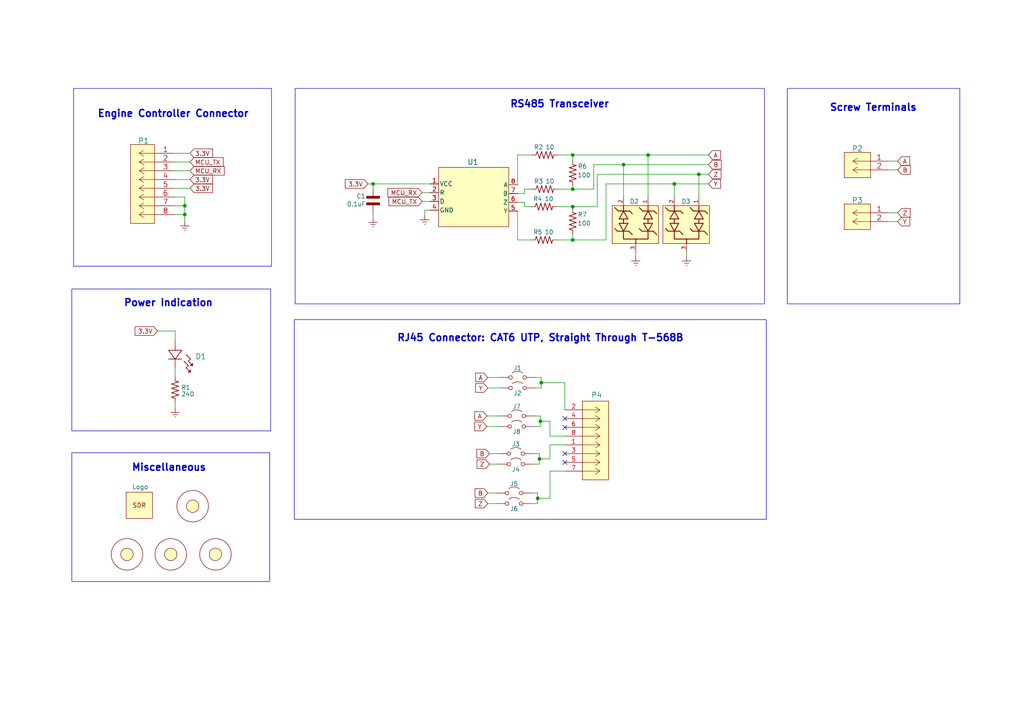
<source format=kicad_sch>
(kicad_sch (version 20230121) (generator eeschema)
  (paper "A4")
  (title_block (title "RS485 Module") (date "2023-04-09") (rev "1.0") (company "Sun Devil Rocketry") (comment 1 "Author: Colton Acosta"))
  (lib_symbols
    (symbol "RS485-Module:282837-2" (pin_names (offset 0.254) hide)
      (property "Reference" "P" (at 8.89 6.35 0))
      (symbol "282837-2_0_1"
        (rectangle (start 5.08 2.54) (end 12.7 -4.826) (stroke (width 0.1524)) (fill (type background)))
      )
      (symbol "282837-2_1_1"
        (polyline (pts (xy 10.16 -2.54) (xy 5.08 -2.54)) (stroke (width 0.127)))
        (polyline (pts (xy 10.16 -2.54) (xy 8.89 -3.3782)) (stroke (width 0.127)))
        (polyline (pts (xy 10.16 -2.54) (xy 8.89 -1.7018)) (stroke (width 0.127)))
        (polyline (pts (xy 10.16 0) (xy 5.08 0)) (stroke (width 0.127)))
        (polyline (pts (xy 10.16 0) (xy 8.89 -0.8382)) (stroke (width 0.127)))
        (polyline (pts (xy 10.16 0) (xy 8.89 0.8382)) (stroke (width 0.127)))
        (pin passive line (at 0 0 0) (length 5.08) (name "5") (number "1"))
        (pin passive line (at 0 -2.54 0) (length 5.08) (name "6") (number "2"))
      )
    )
    (symbol "RS485-Module:5015680807" (pin_names (offset 0.254) hide)
      (property "Reference" "P" (at 8.89 6.35 0))
      (symbol "5015680807_0_1"
        (rectangle (start 5.715 2.54) (end 12.7 -20.32) (stroke (width 0.1524)) (fill (type background)))
      )
      (symbol "5015680807_1_1"
        (polyline (pts (xy 10.16 -17.78) (xy 5.08 -17.78)) (stroke (width 0.127)))
        (polyline (pts (xy 10.16 -17.78) (xy 8.89 -18.6182)) (stroke (width 0.127)))
        (polyline (pts (xy 10.16 -17.78) (xy 8.89 -16.9418)) (stroke (width 0.127)))
        (polyline (pts (xy 10.16 -15.24) (xy 5.08 -15.24)) (stroke (width 0.127)))
        (polyline (pts (xy 10.16 -15.24) (xy 8.89 -16.0782)) (stroke (width 0.127)))
        (polyline (pts (xy 10.16 -15.24) (xy 8.89 -14.4018)) (stroke (width 0.127)))
        (polyline (pts (xy 10.16 -12.7) (xy 5.08 -12.7)) (stroke (width 0.127)))
        (polyline (pts (xy 10.16 -12.7) (xy 8.89 -13.5382)) (stroke (width 0.127)))
        (polyline (pts (xy 10.16 -12.7) (xy 8.89 -11.8618)) (stroke (width 0.127)))
        (polyline (pts (xy 10.16 -10.16) (xy 5.08 -10.16)) (stroke (width 0.127)))
        (polyline (pts (xy 10.16 -10.16) (xy 8.89 -10.9982)) (stroke (width 0.127)))
        (polyline (pts (xy 10.16 -10.16) (xy 8.89 -9.3218)) (stroke (width 0.127)))
        (polyline (pts (xy 10.16 -7.62) (xy 5.08 -7.62)) (stroke (width 0.127)))
        (polyline (pts (xy 10.16 -7.62) (xy 8.89 -8.4582)) (stroke (width 0.127)))
        (polyline (pts (xy 10.16 -7.62) (xy 8.89 -6.7818)) (stroke (width 0.127)))
        (polyline (pts (xy 10.16 -5.08) (xy 5.08 -5.08)) (stroke (width 0.127)))
        (polyline (pts (xy 10.16 -5.08) (xy 8.89 -5.9182)) (stroke (width 0.127)))
        (polyline (pts (xy 10.16 -5.08) (xy 8.89 -4.2418)) (stroke (width 0.127)))
        (polyline (pts (xy 10.16 -2.54) (xy 5.08 -2.54)) (stroke (width 0.127)))
        (polyline (pts (xy 10.16 -2.54) (xy 8.89 -3.3782)) (stroke (width 0.127)))
        (polyline (pts (xy 10.16 -2.54) (xy 8.89 -1.7018)) (stroke (width 0.127)))
        (polyline (pts (xy 10.16 0) (xy 5.08 0)) (stroke (width 0.127)))
        (polyline (pts (xy 10.16 0) (xy 8.89 -0.8382)) (stroke (width 0.127)))
        (polyline (pts (xy 10.16 0) (xy 8.89 0.8382)) (stroke (width 0.127)))
        (pin passive line (at 0 0 0) (length 5.08) (name "1") (number "1"))
        (pin passive line (at 0 -2.54 0) (length 5.08) (name "2") (number "2"))
        (pin passive line (at 0 -5.08 0) (length 5.08) (name "3") (number "3"))
        (pin passive line (at 0 -7.62 0) (length 5.08) (name "4") (number "4"))
        (pin passive line (at 0 -10.16 0) (length 5.08) (name "5") (number "5"))
        (pin passive line (at 0 -12.7 0) (length 5.08) (name "6") (number "6"))
        (pin passive line (at 0 -15.24 0) (length 5.08) (name "7") (number "7"))
        (pin passive line (at 0 -17.78 0) (length 5.08) (name "8") (number "8"))
      )
    )
    (symbol "RS485-Module:54602-908LF" (pin_names (offset 0.254))
      (property "Reference" "P" (at 8.89 6.35 0))
      (property "Value" "54602-908LF" (at 5.08 4.318 0))
      (symbol "54602-908LF_0_1"
        (polyline (pts (xy 10.16 -17.78) (xy 5.08 -17.78)) (stroke (width 0.127)))
        (polyline (pts (xy 10.16 -17.78) (xy 8.89 -18.6267)) (stroke (width 0.127)))
        (polyline (pts (xy 10.16 -17.78) (xy 8.89 -16.9333)) (stroke (width 0.127)))
        (polyline (pts (xy 10.16 -15.24) (xy 5.08 -15.24)) (stroke (width 0.127)))
        (polyline (pts (xy 10.16 -15.24) (xy 8.89 -16.0867)) (stroke (width 0.127)))
        (polyline (pts (xy 10.16 -15.24) (xy 8.89 -14.3933)) (stroke (width 0.127)))
        (polyline (pts (xy 10.16 -12.7) (xy 5.08 -12.7)) (stroke (width 0.127)))
        (polyline (pts (xy 10.16 -12.7) (xy 8.89 -13.5467)) (stroke (width 0.127)))
        (polyline (pts (xy 10.16 -12.7) (xy 8.89 -11.8533)) (stroke (width 0.127)))
        (polyline (pts (xy 10.16 -10.16) (xy 5.08 -10.16)) (stroke (width 0.127)))
        (polyline (pts (xy 10.16 -10.16) (xy 8.89 -11.0067)) (stroke (width 0.127)))
        (polyline (pts (xy 10.16 -10.16) (xy 8.89 -9.3133)) (stroke (width 0.127)))
        (polyline (pts (xy 10.16 -7.62) (xy 5.08 -7.62)) (stroke (width 0.127)))
        (polyline (pts (xy 10.16 -7.62) (xy 8.89 -8.4667)) (stroke (width 0.127)))
        (polyline (pts (xy 10.16 -7.62) (xy 8.89 -6.7733)) (stroke (width 0.127)))
        (polyline (pts (xy 10.16 -5.08) (xy 5.08 -5.08)) (stroke (width 0.127)))
        (polyline (pts (xy 10.16 -5.08) (xy 8.89 -5.9267)) (stroke (width 0.127)))
        (polyline (pts (xy 10.16 -5.08) (xy 8.89 -4.2333)) (stroke (width 0.127)))
        (polyline (pts (xy 10.16 -2.54) (xy 5.08 -2.54)) (stroke (width 0.127)))
        (polyline (pts (xy 10.16 -2.54) (xy 8.89 -3.3867)) (stroke (width 0.127)))
        (polyline (pts (xy 10.16 -2.54) (xy 8.89 -1.6933)) (stroke (width 0.127)))
        (polyline (pts (xy 10.16 0) (xy 5.08 0)) (stroke (width 0.127)))
        (polyline (pts (xy 10.16 0) (xy 8.89 -0.8467)) (stroke (width 0.127)))
        (polyline (pts (xy 10.16 0) (xy 8.89 0.8467)) (stroke (width 0.127)))
      )
      (symbol "54602-908LF_1_1"
        (rectangle (start 5.08 2.54) (end 12.7 -20.32) (fill (type background)))
        (pin unspecified line (at 0 -10.16 0) (length 5.08) (name "~") (number "1"))
        (pin unspecified line (at 0 0 0) (length 5.08) (name "~") (number "2"))
        (pin unspecified line (at 0 -12.7 0) (length 5.08) (name "~") (number "3"))
        (pin unspecified line (at 0 -2.54 0) (length 5.08) (name "~") (number "4"))
        (pin unspecified line (at 0 -15.24 0) (length 5.08) (name "~") (number "5"))
        (pin unspecified line (at 0 -5.08 0) (length 5.08) (name "~") (number "6"))
        (pin unspecified line (at 0 -17.78 0) (length 5.08) (name "~") (number "7"))
        (pin unspecified line (at 0 -7.62 0) (length 5.08) (name "~") (number "8"))
      )
    )
    (symbol "RS485-Module:CAP_0603" (pin_numbers hide) (pin_names (offset 1.016) hide)
      (property "Reference" "C" (at -1.27 3.81 0))
      (property "Value" "CAP_0603" (at -3.81 -3.81 0))
      (symbol "CAP_0603_0_0"
        (rectangle (start -1.27 -1.905) (end -0.635 1.905) (fill (type outline)))
        (rectangle (start 0.635 -1.905) (end 1.27 1.905) (fill (type outline)))
        (pin passive line (at 3.81 0 180) (length 2.54) (name "~") (number "1"))
        (pin passive line (at -3.81 0 0) (length 2.54) (name "~") (number "2"))
      )
    )
    (symbol "RS485-Module:CDSOT23-SM712" (pin_names (offset 1.016))
      (property "Reference" "D" (at -6.096 9.398 0))
      (symbol "CDSOT23-SM712_0_0"
        (polyline (pts (xy -5.334 -3.302) (xy -6.096 -2.54)) (stroke (width 0.254)))
        (polyline (pts (xy -5.334 -3.302) (xy -3.556 -3.302)) (stroke (width 0.254)))
        (polyline (pts (xy -5.08 2.54) (xy -6.096 3.556)) (stroke (width 0.254)))
        (polyline (pts (xy -4.826 -1.016) (xy -3.556 -1.016)) (stroke (width 0.254)))
        (polyline (pts (xy -4.826 0.254) (xy -3.556 2.54)) (stroke (width 0.254)))
        (polyline (pts (xy -3.556 -3.302) (xy -4.826 -1.016)) (stroke (width 0.254)))
        (polyline (pts (xy -3.556 -3.302) (xy -3.556 -4.826)) (stroke (width 0.254)))
        (polyline (pts (xy -3.556 -3.302) (xy -2.032 -3.302)) (stroke (width 0.254)))
        (polyline (pts (xy -3.556 -1.016) (xy -2.286 -1.016)) (stroke (width 0.254)))
        (polyline (pts (xy -3.556 0.254) (xy -4.826 0.254)) (stroke (width 0.254)))
        (polyline (pts (xy -3.556 2.54) (xy -5.08 2.54)) (stroke (width 0.254)))
        (polyline (pts (xy -3.556 2.54) (xy -3.556 4.064)) (stroke (width 0.254)))
        (polyline (pts (xy -3.556 2.54) (xy -2.286 0.254)) (stroke (width 0.254)))
        (polyline (pts (xy -2.286 -1.016) (xy -3.556 -3.302)) (stroke (width 0.254)))
        (polyline (pts (xy -2.286 0.254) (xy -3.556 0.254)) (stroke (width 0.254)))
        (polyline (pts (xy -2.032 -3.302) (xy -1.016 -4.318)) (stroke (width 0.254)))
        (polyline (pts (xy -1.778 2.54) (xy -3.556 2.54)) (stroke (width 0.254)))
        (polyline (pts (xy -1.778 2.54) (xy -1.016 1.778)) (stroke (width 0.254)))
        (polyline (pts (xy 1.778 -3.302) (xy 1.016 -2.54)) (stroke (width 0.254)))
        (polyline (pts (xy 1.778 -3.302) (xy 3.556 -3.302)) (stroke (width 0.254)))
        (polyline (pts (xy 2.032 2.54) (xy 1.016 3.556)) (stroke (width 0.254)))
        (polyline (pts (xy 2.286 -1.016) (xy 3.556 -1.016)) (stroke (width 0.254)))
        (polyline (pts (xy 2.286 0.254) (xy 3.556 2.54)) (stroke (width 0.254)))
        (polyline (pts (xy 3.556 -3.302) (xy 2.286 -1.016)) (stroke (width 0.254)))
        (polyline (pts (xy 3.556 -3.302) (xy 3.556 -4.826)) (stroke (width 0.254)))
        (polyline (pts (xy 3.556 -3.302) (xy 5.08 -3.302)) (stroke (width 0.254)))
        (polyline (pts (xy 3.556 -1.016) (xy 4.826 -1.016)) (stroke (width 0.254)))
        (polyline (pts (xy 3.556 0.254) (xy 2.286 0.254)) (stroke (width 0.254)))
        (polyline (pts (xy 3.556 2.54) (xy 2.032 2.54)) (stroke (width 0.254)))
        (polyline (pts (xy 3.556 2.54) (xy 3.556 4.064)) (stroke (width 0.254)))
        (polyline (pts (xy 3.556 2.54) (xy 4.826 0.254)) (stroke (width 0.254)))
        (polyline (pts (xy 4.826 -1.016) (xy 3.556 -3.302)) (stroke (width 0.254)))
        (polyline (pts (xy 4.826 0.254) (xy 3.556 0.254)) (stroke (width 0.254)))
        (polyline (pts (xy 5.08 -3.302) (xy 6.096 -4.318)) (stroke (width 0.254)))
        (polyline (pts (xy 5.334 2.54) (xy 3.556 2.54)) (stroke (width 0.254)))
        (polyline (pts (xy 5.334 2.54) (xy 6.096 1.778)) (stroke (width 0.254)))
        (pin passive line (at -3.556 6.604 270) (length 2.54) (name "~") (number "2"))
      )
      (symbol "CDSOT23-SM712_1_0"
        (pin passive line (at 3.556 6.604 270) (length 2.54) (name "~") (number "1"))
        (pin passive line (at 0 -9.398 90) (length 2.54) (name "~") (number "3"))
      )
      (symbol "CDSOT23-SM712_1_1"
        (rectangle (start -6.858 4.064) (end 6.604 -6.858) (fill (type background)))
        (polyline (pts (xy -3.556 0.254) (xy -3.556 -1.016)) (stroke (width 0.254)))
        (polyline (pts (xy 0 -5.588) (xy 0 -6.858)) (stroke (width 0.254)))
        (polyline (pts (xy 3.556 0.254) (xy 3.556 -1.016)) (stroke (width 0.254)))
        (polyline (pts (xy -3.556 -4.826) (xy -3.556 -5.588) (xy 3.556 -5.588) (xy 3.556 -4.826)) (stroke (width 0.254)))
      )
    )
    (symbol "RS485-Module:Earth" (power) (pin_names (offset 0))
      (symbol "Earth_0_1"
        (polyline (pts (xy -0.635 -1.905) (xy 0.635 -1.905)))
        (polyline (pts (xy -0.127 -2.54) (xy 0.127 -2.54)))
        (polyline (pts (xy 0 -1.27) (xy 0 0)))
        (polyline (pts (xy 1.27 -1.27) (xy -1.27 -1.27)))
      )
      (symbol "Earth_1_1"
        (pin power_in line (at 0 0 270) (length 0) hide (name "Earth") (number "1"))
      )
    )
    (symbol "RS485-Module:Jumper_NO" (pin_numbers hide) (pin_names (offset 0) hide)
      (property "Reference" "J" (at 0 2.794 0))
      (symbol "Jumper_NO_0_0"
        (circle (center -2.032 0) (radius 0.508))
        (circle (center 2.032 0) (radius 0.508))
      )
      (symbol "Jumper_NO_0_1"
        (arc (start 1.524 1.27) (mid 0 1.778) (end -1.524 1.27))
      )
      (symbol "Jumper_NO_1_1"
        (pin passive line (at -5.08 0 0) (length 2.54) (name "A") (number "1"))
        (pin passive line (at 5.08 0 180) (length 2.54) (name "B") (number "2"))
      )
    )
    (symbol "RS485-Module:Logo" (pin_names (offset 1.016))
      (property "Reference" "LOGO" (at 0 5.08 0))
      (property "Value" "Logo" (at 0 -5.08 0))
      (symbol "Logo_0_0"
        (text "SDR" (at 0 0 0) (effects (font (size 1.27 1.27))))
      )
      (symbol "Logo_0_1"
        (rectangle (start -3.81 3.81) (end 3.81 -3.81) (fill (type background)))
      )
    )
    (symbol "RS485-Module:Mounting-Hole" (pin_names (offset 1.016))
      (symbol "Mounting-Hole_0_1"
        (circle (center 0 0) (radius 1.8034) (fill (type background)))
        (circle (center 0 0) (radius 4.572))
      )
    )
    (symbol "RS485-Module:RES_0603" (pin_numbers hide) (pin_names (offset 1.016) hide)
      (property "Reference" "R" (at -1.27 1.27 0))
      (property "Value" "RES_0603" (at -3.81 -2.54 0))
      (symbol "RES_0603_0_0"
        (polyline (pts (xy -2.54 0) (xy -2.159 1.016)) (stroke (width 0.2032)))
        (polyline (pts (xy -2.159 1.016) (xy -1.524 -1.016)) (stroke (width 0.2032)))
        (polyline (pts (xy -1.524 -1.016) (xy -0.889 1.016)) (stroke (width 0.2032)))
        (polyline (pts (xy -0.889 1.016) (xy -0.254 -1.016)) (stroke (width 0.2032)))
        (polyline (pts (xy -0.254 -1.016) (xy 0.381 1.016)) (stroke (width 0.2032)))
        (polyline (pts (xy 0.381 1.016) (xy 1.016 -1.016)) (stroke (width 0.2032)))
        (polyline (pts (xy 1.016 -1.016) (xy 1.651 1.016)) (stroke (width 0.2032)))
        (polyline (pts (xy 1.651 1.016) (xy 2.286 -1.016)) (stroke (width 0.2032)))
        (polyline (pts (xy 2.286 -1.016) (xy 2.54 0)) (stroke (width 0.2032)))
        (pin passive line (at -3.81 0 0) (length 1.27) (name "~") (number "1"))
        (pin passive line (at 3.81 0 180) (length 1.27) (name "~") (number "2"))
      )
    )
    (symbol "RS485-Module:SML-LX1206GC-TR" (pin_numbers hide) (pin_names hide)
      (property "Reference" "D" (at 3.81 5.08 0))
      (property "Value" "SML-LX1206GC-TR" (at 11.43 -10.16 0))
      (symbol "SML-LX1206GC-TR_1_1"
        (polyline (pts (xy -1.905 0) (xy 1.905 0)) (stroke (width 0.2032)))
        (polyline (pts (xy -1.905 2.54) (xy 0 0)) (stroke (width 0.2032)))
        (polyline (pts (xy 0 0) (xy 0 -1.27)) (stroke (width 0.1524)))
        (polyline (pts (xy 0 0) (xy 1.905 2.54)) (stroke (width 0.2032)))
        (polyline (pts (xy 0 3.175) (xy 0 2.54)) (stroke (width 0.1524)))
        (polyline (pts (xy 0 3.81) (xy 0 2.8702)) (stroke (width 0.1524)))
        (polyline (pts (xy 1.905 2.54) (xy -1.905 2.54)) (stroke (width 0.2032)))
        (polyline (pts (xy 2.54 -0.635) (xy 3.81 -1.905)) (stroke (width 0.2032)))
        (polyline (pts (xy 3.175 -2.54) (xy 4.445 -3.81)) (stroke (width 0.2032)))
        (polyline (pts (xy 3.175 1.27) (xy 4.445 0)) (stroke (width 0.2032)))
        (polyline (pts (xy 3.81 -3.81) (xy 4.445 -3.81)) (stroke (width 0.2032)))
        (polyline (pts (xy 3.81 -1.905) (xy 3.175 -2.54)) (stroke (width 0.2032)))
        (polyline (pts (xy 3.81 -0.635) (xy 5.08 -1.905)) (stroke (width 0.2032)))
        (polyline (pts (xy 4.445 -3.81) (xy 4.445 -3.175)) (stroke (width 0.2032)))
        (polyline (pts (xy 4.445 -3.175) (xy 3.81 -3.81)) (stroke (width 0.2032)))
        (polyline (pts (xy 4.445 -1.905) (xy 5.08 -1.905)) (stroke (width 0.2032)))
        (polyline (pts (xy 4.445 0) (xy 3.81 -0.635)) (stroke (width 0.2032)))
        (polyline (pts (xy 5.08 -1.905) (xy 5.08 -1.27)) (stroke (width 0.2032)))
        (polyline (pts (xy 5.08 -1.27) (xy 4.445 -1.905)) (stroke (width 0.2032)))
        (pin passive line (at 0 -2.54 90) (length 1.27) (name "1") (number "1"))
        (pin passive line (at 0 5.08 270) (length 1.27) (name "2") (number "2"))
      )
    )
    (symbol "RS485-Module:SN65HVD71DR" (pin_names (offset 0.254))
      (property "Reference" "U" (at 0.254 14.478 0))
      (symbol "SN65HVD71DR_1_1"
        (rectangle (start -7.366 9.398) (end 12.954 -7.874) (fill (type background)))
        (pin power_in line (at -9.906 4.572 0) (length 2.54) (name "VCC") (number "1"))
        (pin output line (at -9.906 2.032 0) (length 2.54) (name "R") (number "2"))
        (pin input line (at -9.906 -0.508 0) (length 2.54) (name "D") (number "3"))
        (pin power_in line (at -9.906 -3.048 0) (length 2.54) (name "GND") (number "4"))
        (pin output line (at 15.494 -3.302 180) (length 2.54) (name "Y") (number "5"))
        (pin output line (at 15.494 -0.762 180) (length 2.54) (name "Z") (number "6"))
        (pin input line (at 15.494 1.778 180) (length 2.54) (name "B") (number "7"))
        (pin input line (at 15.494 4.318 180) (length 2.54) (name "A") (number "8"))
      )
    )
  )
  (junction (at 166.116 44.958))
  (junction (at 53.594 62.23))
  (junction (at 166.116 54.864))
  (junction (at 166.116 59.944))
  (junction (at 108.204 53.34))
  (junction (at 180.848 47.752))
  (junction (at 156.972 110.998))
  (junction (at 156.464 133.096))
  (junction (at 156.718 122.174))
  (junction (at 187.96 44.958))
  (junction (at 195.58 53.34))
  (junction (at 53.594 59.69))
  (junction (at 202.692 50.546))
  (junction (at 166.116 69.596))
  (junction (at 155.956 144.526))
  (no_connect (at 163.83 121.412))
  (no_connect (at 163.83 123.952))
  (no_connect (at 163.83 131.572))
  (no_connect (at 163.83 134.112))
  (wire (pts (xy 163.83 129.032) (xy 159.512 129.032)))
  (polyline (pts (xy 21.336 25.654) (xy 21.336 77.216)))
  (wire (pts (xy 202.692 50.546) (xy 202.692 57.15)))
  (wire (pts (xy 106.68 53.34) (xy 108.204 53.34)))
  (wire (pts (xy 45.72 96.012) (xy 50.8 96.012)))
  (wire (pts (xy 108.204 61.976) (xy 108.204 63.246)))
  (wire (pts (xy 55.118 49.53) (xy 50.546 49.53)))
  (wire (pts (xy 166.116 59.944) (xy 173.228 59.944)))
  (wire (pts (xy 159.512 126.492) (xy 159.512 122.174)))
  (wire (pts (xy 156.464 134.62) (xy 154.686 134.62)))
  (wire (pts (xy 166.116 54.864) (xy 166.116 54.102)))
  (wire (pts (xy 163.83 126.492) (xy 159.512 126.492)))
  (wire (pts (xy 150.114 56.134) (xy 152.146 56.134)))
  (wire (pts (xy 152.146 59.944) (xy 153.924 59.944)))
  (polyline (pts (xy 21.336 25.654) (xy 78.74 25.654)))
  (wire (pts (xy 141.986 131.572) (xy 144.526 131.572)))
  (wire (pts (xy 152.146 58.674) (xy 152.146 59.944)))
  (wire (pts (xy 50.546 52.07) (xy 55.118 52.07)))
  (wire (pts (xy 141.478 146.05) (xy 144.018 146.05)))
  (wire (pts (xy 50.546 62.23) (xy 53.594 62.23)))
  (wire (pts (xy 150.114 69.596) (xy 153.924 69.596)))
  (wire (pts (xy 156.972 112.522) (xy 155.194 112.522)))
  (wire (pts (xy 141.224 120.65) (xy 144.78 120.65)))
  (wire (pts (xy 50.546 59.69) (xy 53.594 59.69)))
  (wire (pts (xy 55.118 44.45) (xy 50.546 44.45)))
  (wire (pts (xy 159.512 144.526) (xy 155.956 144.526)))
  (wire (pts (xy 150.114 44.958) (xy 154.178 44.958)))
  (wire (pts (xy 122.428 58.42) (xy 124.714 58.42)))
  (wire (pts (xy 141.478 109.474) (xy 145.034 109.474)))
  (wire (pts (xy 257.556 46.736) (xy 260.35 46.736)))
  (wire (pts (xy 50.8 106.68) (xy 50.8 109.22)))
  (wire (pts (xy 172.212 54.864) (xy 172.212 47.752)))
  (wire (pts (xy 152.146 56.134) (xy 152.146 54.864)))
  (wire (pts (xy 123.19 60.96) (xy 123.19 62.484)))
  (wire (pts (xy 141.986 134.62) (xy 144.526 134.62)))
  (wire (pts (xy 161.798 44.958) (xy 166.116 44.958)))
  (wire (pts (xy 154.94 120.65) (xy 156.718 120.65)))
  (wire (pts (xy 155.956 143.002) (xy 155.956 144.526)))
  (wire (pts (xy 156.718 120.65) (xy 156.718 122.174)))
  (wire (pts (xy 155.194 109.474) (xy 156.972 109.474)))
  (wire (pts (xy 175.768 69.596) (xy 175.768 53.34)))
  (wire (pts (xy 159.512 129.032) (xy 159.512 133.096)))
  (wire (pts (xy 195.58 53.34) (xy 205.486 53.34)))
  (wire (pts (xy 141.478 112.522) (xy 145.034 112.522)))
  (wire (pts (xy 161.798 54.864) (xy 166.116 54.864)))
  (wire (pts (xy 159.512 122.174) (xy 156.718 122.174)))
  (wire (pts (xy 108.204 53.34) (xy 108.204 54.356)))
  (wire (pts (xy 175.768 53.34) (xy 195.58 53.34)))
  (wire (pts (xy 156.718 123.698) (xy 154.94 123.698)))
  (wire (pts (xy 163.83 110.998) (xy 156.972 110.998)))
  (wire (pts (xy 159.512 133.096) (xy 156.464 133.096)))
  (wire (pts (xy 156.718 122.174) (xy 156.718 123.698)))
  (wire (pts (xy 166.116 44.958) (xy 166.116 46.482)))
  (wire (pts (xy 50.8 116.84) (xy 50.8 118.364)))
  (wire (pts (xy 257.556 61.722) (xy 260.35 61.722)))
  (wire (pts (xy 53.594 62.23) (xy 53.594 64.262)))
  (wire (pts (xy 166.116 59.944) (xy 166.116 60.452)))
  (wire (pts (xy 141.478 143.002) (xy 144.018 143.002)))
  (wire (pts (xy 161.544 59.944) (xy 166.116 59.944)))
  (wire (pts (xy 166.116 44.958) (xy 187.96 44.958)))
  (wire (pts (xy 156.464 131.572) (xy 156.464 133.096)))
  (wire (pts (xy 173.228 59.944) (xy 173.228 50.546)))
  (wire (pts (xy 180.848 47.752) (xy 180.848 57.15)))
  (wire (pts (xy 166.116 54.864) (xy 172.212 54.864)))
  (wire (pts (xy 152.146 54.864) (xy 154.178 54.864)))
  (wire (pts (xy 154.686 131.572) (xy 156.464 131.572)))
  (wire (pts (xy 202.692 50.546) (xy 205.486 50.546)))
  (wire (pts (xy 156.464 133.096) (xy 156.464 134.62)))
  (wire (pts (xy 173.228 50.546) (xy 202.692 50.546)))
  (wire (pts (xy 154.178 143.002) (xy 155.956 143.002)))
  (wire (pts (xy 50.8 96.012) (xy 50.8 99.06)))
  (wire (pts (xy 155.956 146.05) (xy 154.178 146.05)))
  (wire (pts (xy 141.224 123.698) (xy 144.78 123.698)))
  (wire (pts (xy 161.544 69.596) (xy 166.116 69.596)))
  (wire (pts (xy 166.116 69.596) (xy 175.768 69.596)))
  (polyline (pts (xy 78.74 77.216) (xy 21.336 77.216)))
  (wire (pts (xy 163.83 118.872) (xy 163.83 110.998)))
  (wire (pts (xy 155.956 144.526) (xy 155.956 146.05)))
  (wire (pts (xy 150.114 58.674) (xy 152.146 58.674)))
  (polyline (pts (xy 78.74 25.654) (xy 78.74 77.216)))
  (wire (pts (xy 108.204 53.34) (xy 124.714 53.34)))
  (wire (pts (xy 199.136 73.152) (xy 199.136 74.422)))
  (wire (pts (xy 187.96 44.958) (xy 205.486 44.958)))
  (wire (pts (xy 122.428 55.88) (xy 124.714 55.88)))
  (wire (pts (xy 50.546 46.99) (xy 55.118 46.99)))
  (wire (pts (xy 159.512 136.652) (xy 159.512 144.526)))
  (wire (pts (xy 180.848 47.752) (xy 205.486 47.752)))
  (wire (pts (xy 187.96 57.15) (xy 187.96 44.958)))
  (wire (pts (xy 53.594 59.69) (xy 53.594 62.23)))
  (wire (pts (xy 53.594 57.15) (xy 53.594 59.69)))
  (wire (pts (xy 150.114 53.594) (xy 150.114 44.958)))
  (wire (pts (xy 257.556 64.262) (xy 260.35 64.262)))
  (wire (pts (xy 195.58 53.34) (xy 195.58 57.15)))
  (wire (pts (xy 50.546 57.15) (xy 53.594 57.15)))
  (wire (pts (xy 156.972 109.474) (xy 156.972 110.998)))
  (wire (pts (xy 150.114 61.214) (xy 150.114 69.596)))
  (wire (pts (xy 124.714 60.96) (xy 123.19 60.96)))
  (wire (pts (xy 166.116 69.596) (xy 166.116 68.072)))
  (wire (pts (xy 172.212 47.752) (xy 180.848 47.752)))
  (wire (pts (xy 257.556 49.276) (xy 260.35 49.276)))
  (wire (pts (xy 55.118 54.61) (xy 50.546 54.61)))
  (wire (pts (xy 163.83 136.652) (xy 159.512 136.652)))
  (wire (pts (xy 184.404 73.152) (xy 184.404 74.422)))
  (wire (pts (xy 156.972 110.998) (xy 156.972 112.522)))
  (rectangle (start 85.598 25.654) (end 221.742 88.138))
  (rectangle (start 20.828 131.318) (end 78.232 168.656))
  (rectangle (start 228.346 25.654) (end 278.384 88.138))
  (rectangle (start 85.344 92.71) (end 222.25 150.622))
  (rectangle (start 20.828 83.82) (end 78.486 124.968))
  (text "Screw Terminals" (at 240.538 32.512 0) (effects (font (size 2.032 2.032) (thickness 0.4064) bold) (justify left bottom)))
  (text "Miscellaneous" (at 38.1 136.906 0) (effects (font (size 2.032 2.032) (thickness 0.4064) bold) (justify left bottom)))
  (text "RJ45 Connector: CAT6 UTP, Straight Through T-568B" (at 115.062 99.314 0) (effects (font (size 2.032 2.032) (thickness 0.4064) bold) (justify left bottom)))
  (text "Engine Controller Connector" (at 28.194 34.29 0) (effects (font (size 2.032 2.032) (thickness 0.4064) bold) (justify left bottom)))
  (text "Power Indication" (at 35.814 89.154 0) (effects (font (size 2.032 2.032) (thickness 0.4064) bold) (justify left bottom)))
  (text "RS485 Transceiver" (at 147.828 31.496 0) (effects (font (size 2.032 2.032) (thickness 0.4064) bold) (justify left bottom)))
  (global_label "Y" (shape input) (at 260.35 64.262 0) (property "Intersheetrefs" "${INTERSHEET_REFS}" (effects hide)))
  (global_label "MCU_TX" (shape input) (at 122.428 58.42 180) (property "Intersheetrefs" "${INTERSHEET_REFS}" (effects hide)))
  (global_label "B" (shape input) (at 260.35 49.276 0) (property "Intersheetrefs" "${INTERSHEET_REFS}" (effects hide)))
  (global_label "3.3V" (shape input) (at 106.68 53.34 180) (property "Intersheetrefs" "${INTERSHEET_REFS}" (effects hide)))
  (global_label "MCU_TX" (shape input) (at 55.118 46.99 0) (property "Intersheetrefs" "${INTERSHEET_REFS}" (effects hide)))
  (global_label "3.3V" (shape input) (at 45.72 96.012 180) (property "Intersheetrefs" "${INTERSHEET_REFS}" (effects hide)))
  (global_label "A" (shape input) (at 141.478 109.474 180) (property "Intersheetrefs" "${INTERSHEET_REFS}" (effects hide)))
  (global_label "B" (shape input) (at 141.478 143.002 180) (property "Intersheetrefs" "${INTERSHEET_REFS}" (effects hide)))
  (global_label "A" (shape input) (at 260.35 46.736 0) (property "Intersheetrefs" "${INTERSHEET_REFS}" (effects hide)))
  (global_label "3.3V" (shape input) (at 55.118 54.61 0) (property "Intersheetrefs" "${INTERSHEET_REFS}" (effects hide)))
  (global_label "MCU_RX" (shape input) (at 122.428 55.88 180) (property "Intersheetrefs" "${INTERSHEET_REFS}" (effects hide)))
  (global_label "B" (shape input) (at 141.986 131.572 180) (property "Intersheetrefs" "${INTERSHEET_REFS}" (effects hide)))
  (global_label "Z" (shape input) (at 205.486 50.546 0) (property "Intersheetrefs" "${INTERSHEET_REFS}" (effects hide)))
  (global_label "A" (shape input) (at 205.486 44.958 0) (property "Intersheetrefs" "${INTERSHEET_REFS}" (effects hide)))
  (global_label "Z" (shape input) (at 141.478 146.05 180) (property "Intersheetrefs" "${INTERSHEET_REFS}" (effects hide)))
  (global_label "Z" (shape input) (at 260.35 61.722 0) (property "Intersheetrefs" "${INTERSHEET_REFS}" (effects hide)))
  (global_label "Y" (shape input) (at 205.486 53.34 0) (property "Intersheetrefs" "${INTERSHEET_REFS}" (effects hide)))
  (global_label "Y" (shape input) (at 141.224 123.698 180) (property "Intersheetrefs" "${INTERSHEET_REFS}" (effects hide)))
  (global_label "A" (shape input) (at 141.224 120.65 180) (property "Intersheetrefs" "${INTERSHEET_REFS}" (effects hide)))
  (global_label "Y" (shape input) (at 141.478 112.522 180) (property "Intersheetrefs" "${INTERSHEET_REFS}" (effects hide)))
  (global_label "3.3V" (shape input) (at 55.118 44.45 0) (property "Intersheetrefs" "${INTERSHEET_REFS}" (effects hide)))
  (global_label "B" (shape input) (at 205.486 47.752 0) (property "Intersheetrefs" "${INTERSHEET_REFS}" (effects hide)))
  (global_label "MCU_RX" (shape input) (at 55.118 49.53 0) (property "Intersheetrefs" "${INTERSHEET_REFS}" (effects hide)))
  (global_label "3.3V" (shape input) (at 55.118 52.07 0) (property "Intersheetrefs" "${INTERSHEET_REFS}" (effects hide)))
  (global_label "Z" (shape input) (at 141.986 134.62 180) (property "Intersheetrefs" "${INTERSHEET_REFS}" (effects hide)))
  (symbol (lib_id "RS485-Module:Earth") (at 50.8 118.364 0) (unit 1)
    (property "Reference" "#PWR02" (effects hide))
    (property "Value" "Earth" (effects hide))
  )
  (symbol (lib_id "RS485-Module:Jumper_NO") (at 149.86 120.65 0) (unit 1)
    (property "Reference" "J7" (at 149.86 117.9101 0))
    (property "Value" "Jumper_NO" (effects hide))
    (property "Footprint" "RS485-Module:Jumper-NO" (effects hide))
  )
  (symbol (lib_id "RS485-Module:Earth") (at 108.204 63.246 0) (unit 1)
    (property "Reference" "#PWR04" (effects hide))
    (property "Value" "Earth" (effects hide))
  )
  (symbol (lib_id "RS485-Module:SML-LX1206GC-TR") (at 50.8 104.14 0) (unit 1)
    (property "Reference" "D1" (at 56.6166 103.4057 0) (effects (font (size 1.524 1.524)) (justify left)))
    (property "Value" "SML-LX1206GC-TR" (effects hide))
    (property "Footprint" "RS485-Module:SML-LX1206GC-TR" (effects hide))
  )
  (symbol (lib_id "RS485-Module:Earth") (at 123.19 62.484 0) (unit 1)
    (property "Reference" "#PWR03" (effects hide))
    (property "Value" "Earth" (effects hide))
  )
  (symbol (lib_id "RS485-Module:SN65HVD71DR") (at 134.62 57.912 0) (unit 1)
    (property "Reference" "U1" (at 137.16 46.99 0) (effects (font (size 1.524 1.524))))
    (property "Value" "SN65HVD71DR" (effects hide))
    (property "Footprint" "RS485-Module:SN65HVD71DR" (effects hide))
    (property "Datasheet" "SN65HVD71DR" (effects hide))
  )
  (symbol (lib_id "RS485-Module:282837-2") (at 257.556 61.722 0) (mirror y) (unit 1)
    (property "Reference" "P3" (at 248.666 58.1039 0) (effects (font (size 1.524 1.524))))
    (property "Value" "282837-2" (effects hide))
    (property "Footprint" "RS485-Module:282837-2" (effects hide))
  )
  (symbol (lib_id "RS485-Module:Mounting-Hole") (at 49.53 160.782 0) (unit 1)
    (property "Reference" "H3" (effects hide))
    (property "Value" "Mounting-Hole" (effects hide))
    (property "Footprint" "RS485-Module:MountingHole_4.3mm_M4_DIN965" (effects hide))
  )
  (symbol (lib_id "RS485-Module:RES_0603") (at 157.988 54.864 0) (unit 1)
    (property "Reference" "R3" (at 156.21 52.578 0))
    (property "Value" "10" (at 159.512 52.578 0))
    (property "Footprint" "RS485-Module:RES_0603" (effects hide))
  )
  (symbol (lib_id "RS485-Module:Jumper_NO") (at 149.098 146.05 0) (unit 1)
    (property "Reference" "J6" (at 149.098 147.574 0))
    (property "Value" "Jumper_NO" (effects hide))
    (property "Footprint" "RS485-Module:Jumper-NO" (effects hide))
  )
  (symbol (lib_id "RS485-Module:Jumper_NO") (at 150.114 109.474 0) (unit 1)
    (property "Reference" "J1" (at 150.114 106.7341 0))
    (property "Value" "Jumper_NO" (effects hide))
    (property "Footprint" "RS485-Module:Jumper-NO" (effects hide))
  )
  (symbol (lib_id "RS485-Module:Logo") (at 40.386 146.558 0) (unit 1)
    (property "Reference" "LOGO1" (effects hide))
    (property "Value" "Logo" (at 38.354 141.224 0) (effects (justify left)))
    (property "Footprint" "RS485-Module:Logo" (effects hide))
  )
  (symbol (lib_id "RS485-Module:CDSOT23-SM712") (at 199.136 63.754 0) (unit 1)
    (property "Reference" "D3" (at 197.612 58.42 0) (effects (justify left)))
    (property "Value" "SMBJ36CA-13-F" (effects hide))
    (property "Footprint" "RS485-Module:CDSOT23-SM712" (effects hide))
    (property "STANDARD" "IPC-7351B" (effects hide))
    (property "PARTREV" "20-2" (effects hide))
    (property "MANUFACTURER" "Diodes Inc." (effects hide))
  )
  (symbol (lib_id "RS485-Module:RES_0603") (at 166.116 50.292 90) (unit 1)
    (property "Reference" "R6" (at 168.91 48.26 90))
    (property "Value" "100" (at 169.418 50.8 90))
    (property "Footprint" "RS485-Module:RES_0603" (effects hide))
  )
  (symbol (lib_id "RS485-Module:Jumper_NO") (at 149.606 131.572 0) (unit 1)
    (property "Reference" "J3" (at 149.606 128.8321 0))
    (property "Value" "Jumper_NO" (effects hide))
    (property "Footprint" "RS485-Module:Jumper-NO" (effects hide))
  )
  (symbol (lib_id "RS485-Module:Jumper_NO") (at 150.114 112.522 0) (unit 1)
    (property "Reference" "J2" (at 150.114 114.046 0))
    (property "Value" "Jumper_NO" (effects hide))
    (property "Footprint" "RS485-Module:Jumper-NO" (effects hide))
  )
  (symbol (lib_id "RS485-Module:5015680807") (at 50.546 44.45 0) (mirror y) (unit 1)
    (property "Reference" "P1" (at 41.6496 40.8319 0) (effects (font (size 1.524 1.524))))
    (property "Value" "5015680807" (effects hide))
    (property "Footprint" "RS485-Module:5015680807" (effects hide))
  )
  (symbol (lib_id "RS485-Module:Mounting-Hole") (at 36.83 160.782 0) (unit 1)
    (property "Reference" "H2" (effects hide))
    (property "Value" "Mounting-Hole" (effects hide))
    (property "Footprint" "RS485-Module:MountingHole_4.3mm_M4_DIN965" (effects hide))
  )
  (symbol (lib_id "RS485-Module:RES_0603") (at 50.8 113.03 90) (unit 1)
    (property "Reference" "R1" (at 52.5526 112.3863 90) (effects (justify right)))
    (property "Value" "240" (at 52.5526 114.3073 90) (effects (justify right)))
    (property "Footprint" "RS485-Module:RES_0603" (effects hide))
  )
  (symbol (lib_id "RS485-Module:Jumper_NO") (at 149.606 134.62 0) (unit 1)
    (property "Reference" "J4" (at 149.606 136.144 0))
    (property "Value" "Jumper_NO" (effects hide))
    (property "Footprint" "RS485-Module:Jumper-NO" (effects hide))
  )
  (symbol (lib_id "RS485-Module:RES_0603") (at 157.734 59.944 0) (unit 1)
    (property "Reference" "R4" (at 155.956 57.658 0))
    (property "Value" "10" (at 159.258 57.658 0))
    (property "Footprint" "RS485-Module:RES_0603" (effects hide))
  )
  (symbol (lib_id "RS485-Module:54602-908LF") (at 163.83 118.872 0) (unit 1)
    (property "Reference" "P4" (at 171.45 114.554 0) (effects (font (size 1.524 1.524)) (justify left)))
    (property "Value" "54602-908LF" (effects hide))
    (property "Footprint" "RS485-Module:54602-908LF" (effects hide))
    (property "Datasheet" "54602-908LF" (effects hide))
  )
  (symbol (lib_id "RS485-Module:Earth") (at 199.136 74.422 0) (unit 1)
    (property "Reference" "#PWR06" (effects hide))
    (property "Value" "Earth" (effects hide))
  )
  (symbol (lib_id "RS485-Module:Earth") (at 184.404 74.422 0) (unit 1)
    (property "Reference" "#PWR05" (effects hide))
    (property "Value" "Earth" (effects hide))
  )
  (symbol (lib_id "RS485-Module:CAP_0603") (at 108.204 58.166 90) (unit 1)
    (property "Reference" "C1" (at 103.378 56.896 90) (effects (justify right)))
    (property "Value" "0.1uF" (at 100.584 59.182 90) (effects (justify right)))
    (property "Footprint" "RS485-Module:CAP_0603" (effects hide))
  )
  (symbol (lib_id "RS485-Module:Earth") (at 53.594 64.262 0) (unit 1)
    (property "Reference" "#PWR01" (effects hide))
    (property "Value" "Earth" (effects hide))
  )
  (symbol (lib_id "RS485-Module:Mounting-Hole") (at 62.484 160.782 0) (unit 1)
    (property "Reference" "H4" (effects hide))
    (property "Value" "Mounting-Hole" (effects hide))
    (property "Footprint" "RS485-Module:MountingHole_4.3mm_M4_DIN965" (effects hide))
  )
  (symbol (lib_id "RS485-Module:Jumper_NO") (at 149.098 143.002 0) (unit 1)
    (property "Reference" "J5" (at 149.098 140.2621 0))
    (property "Value" "Jumper_NO" (effects hide))
    (property "Footprint" "RS485-Module:Jumper-NO" (effects hide))
  )
  (symbol (lib_id "RS485-Module:RES_0603") (at 157.734 69.596 0) (unit 1)
    (property "Reference" "R5" (at 155.956 67.31 0))
    (property "Value" "10" (at 159.258 67.31 0))
    (property "Footprint" "RS485-Module:RES_0603" (effects hide))
  )
  (symbol (lib_id "RS485-Module:Mounting-Hole") (at 55.88 146.812 0) (unit 1)
    (property "Reference" "H1" (effects hide))
    (property "Value" "Mounting-Hole" (effects hide))
    (property "Footprint" "RS485-Module:MountingHole_4.3mm_M4_DIN965" (effects hide))
  )
  (symbol (lib_id "RS485-Module:RES_0603") (at 166.116 64.262 90) (unit 1)
    (property "Reference" "R7" (at 168.91 62.23 90))
    (property "Value" "100" (at 169.418 64.77 90))
    (property "Footprint" "RS485-Module:RES_0603" (effects hide))
  )
  (symbol (lib_id "RS485-Module:RES_0603") (at 157.988 44.958 0) (unit 1)
    (property "Reference" "R2" (at 156.21 42.672 0))
    (property "Value" "10" (at 159.512 42.672 0))
    (property "Footprint" "RS485-Module:RES_0603" (effects hide))
  )
  (symbol (lib_id "RS485-Module:282837-2") (at 257.556 46.736 0) (mirror y) (unit 1)
    (property "Reference" "P2" (at 248.666 43.1179 0) (effects (font (size 1.524 1.524))))
    (property "Value" "282837-2" (effects hide))
    (property "Footprint" "RS485-Module:282837-2" (effects hide))
  )
  (symbol (lib_id "RS485-Module:Jumper_NO") (at 149.86 123.698 0) (unit 1)
    (property "Reference" "J8" (at 149.86 125.222 0))
    (property "Value" "Jumper_NO" (effects hide))
    (property "Footprint" "RS485-Module:Jumper-NO" (effects hide))
  )
  (symbol (lib_id "RS485-Module:CDSOT23-SM712") (at 184.404 63.754 0) (unit 1)
    (property "Reference" "D2" (at 182.626 58.42 0) (effects (justify left)))
    (property "Value" "SMBJ36CA-13-F" (effects hide))
    (property "Footprint" "RS485-Module:CDSOT23-SM712" (effects hide))
    (property "STANDARD" "IPC-7351B" (effects hide))
    (property "PARTREV" "20-2" (effects hide))
    (property "MANUFACTURER" "Diodes Inc." (effects hide))
  )
)
</source>
